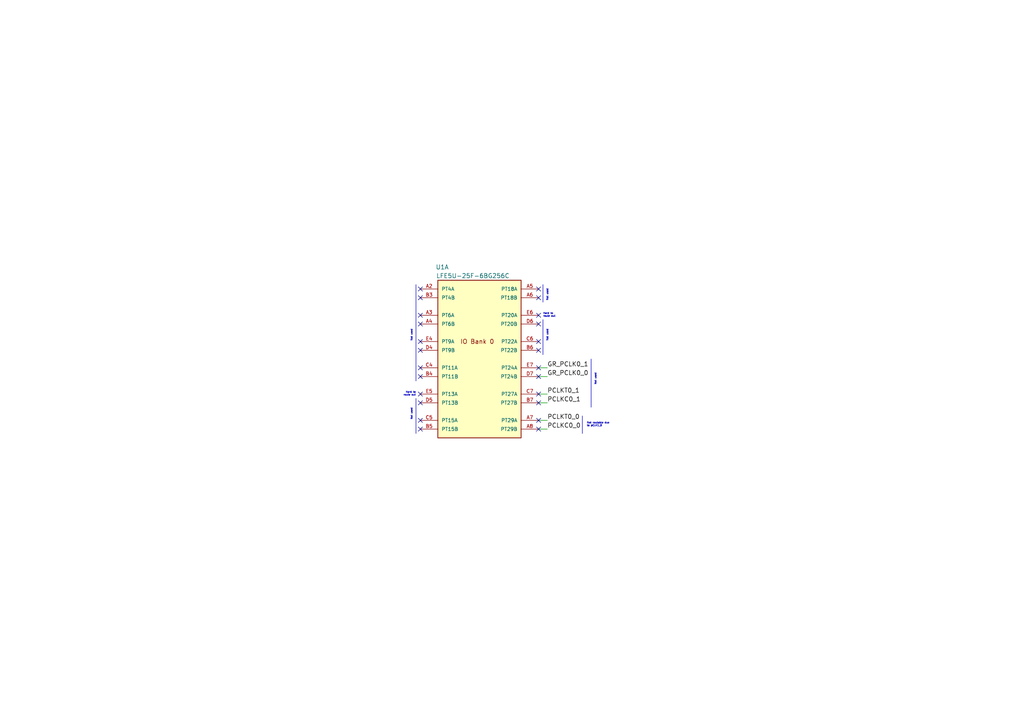
<source format=kicad_sch>
(kicad_sch (version 20250114) (generator "eeschema") (generator_version "9.0")
  (paper "A4")
  (lib_symbols
    (symbol "1_Symbol_Library:LFE5U-25F-6BG256C" (pin_names (offset 1.016))
      (property "Reference" "U" (at -0.762 -3.302 0))
      (property "Value" "LFE5U-25F-6BG256C" (at -40.132 47.498 0))
      (symbol "LFE5U-25F-6BG256C_1_0"
        (rectangle (start -11.43 20.32) (end 12.7 -25.4) (stroke (width 0.254)) (fill (type background)))
        (pin bidirectional line (at -16.51 17.78 0) (length 5.08) (name "PT4A") (number "A2"))
        (pin bidirectional line (at -16.51 15.24 0) (length 5.08) (name "PT4B") (number "B3"))
        (pin bidirectional line (at -16.51 10.16 0) (length 5.08) (name "PT6A") (number "A3"))
        (pin bidirectional line (at -16.51 7.62 0) (length 5.08) (name "PT6B") (number "A4"))
        (pin bidirectional line (at -16.51 2.54 0) (length 5.08) (name "PT9A") (number "E4"))
        (pin bidirectional line (at -16.51 0 0) (length 5.08) (name "PT9B") (number "D4"))
        (pin bidirectional line (at -16.51 -5.08 0) (length 5.08) (name "PT11A") (number "C4"))
        (pin bidirectional line (at -16.51 -7.62 0) (length 5.08) (name "PT11B") (number "B4"))
        (pin bidirectional line (at -16.51 -12.7 0) (length 5.08) (name "PT13A") (number "E5"))
        (pin bidirectional line (at -16.51 -15.24 0) (length 5.08) (name "PT13B") (number "D5"))
        (pin bidirectional line (at -16.51 -20.32 0) (length 5.08) (name "PT15A") (number "C5"))
        (pin bidirectional line (at -16.51 -22.86 0) (length 5.08) (name "PT15B") (number "B5"))
        (pin bidirectional line (at 17.78 17.78 180) (length 5.08) (name "PT18A") (number "A5"))
        (pin bidirectional line (at 17.78 15.24 180) (length 5.08) (name "PT18B") (number "A6"))
        (pin bidirectional line (at 17.78 10.16 180) (length 5.08) (name "PT20A") (number "E6"))
        (pin bidirectional line (at 17.78 7.62 180) (length 5.08) (name "PT20B") (number "D6"))
        (pin bidirectional line (at 17.78 2.54 180) (length 5.08) (name "PT22A") (number "C6"))
        (pin bidirectional line (at 17.78 0 180) (length 5.08) (name "PT22B") (number "B6"))
        (pin bidirectional line (at 17.78 -5.08 180) (length 5.08) (name "PT24A") (number "E7"))
        (pin bidirectional line (at 17.78 -7.62 180) (length 5.08) (name "PT24B") (number "D7"))
        (pin bidirectional line (at 17.78 -12.7 180) (length 5.08) (name "PT27A") (number "C7"))
        (pin bidirectional line (at 17.78 -15.24 180) (length 5.08) (name "PT27B") (number "B7"))
        (pin bidirectional line (at 17.78 -20.32 180) (length 5.08) (name "PT29A") (number "A7"))
        (pin bidirectional line (at 17.78 -22.86 180) (length 5.08) (name "PT29B") (number "A8"))
      )
      (symbol "LFE5U-25F-6BG256C_1_1"
        (text "IO Bank 0" (at 0 2.54 0) (effects (font (size 1.27 1.27))))
      )
      (symbol "LFE5U-25F-6BG256C_2_0"
        (rectangle (start -13.97 27.94) (end 13.97 -33.02) (stroke (width 0.254)) (fill (type background)))
        (pin bidirectional line (at -19.05 25.4 0) (length 5.08) (name "PT33A") (number "E8"))
        (pin bidirectional line (at -19.05 22.86 0) (length 5.08) (name "PT33B") (number "D8"))
        (pin bidirectional line (at -19.05 17.78 0) (length 5.08) (name "PT35A") (number "C8"))
        (pin bidirectional line (at -19.05 15.24 0) (length 5.08) (name "PT35B") (number "B8"))
        (pin bidirectional line (at -19.05 10.16 0) (length 5.08) (name "PT38A") (number "B9"))
        (pin bidirectional line (at -19.05 7.62 0) (length 5.08) (name "PT38B") (number "C9"))
        (pin bidirectional line (at -19.05 2.54 0) (length 5.08) (name "PT40A") (number "D9"))
        (pin bidirectional line (at -19.05 0 0) (length 5.08) (name "PT40B") (number "E9"))
        (pin bidirectional line (at -19.05 -5.08 0) (length 5.08) (name "PT42A") (number "A9"))
        (pin bidirectional line (at -19.05 -7.62 0) (length 5.08) (name "PT42B") (number "A10"))
        (pin bidirectional line (at -19.05 -12.7 0) (length 5.08) (name "PT44A") (number "B10"))
        (pin bidirectional line (at -19.05 -15.24 0) (length 5.08) (name "PT44B") (number "C10"))
        (pin bidirectional line (at -19.05 -20.32 0) (length 5.08) (name "PT47A") (number "D10"))
        (pin bidirectional line (at -19.05 -22.86 0) (length 5.08) (name "PT47B") (number "E10"))
        (pin bidirectional line (at -19.05 -27.94 0) (length 5.08) (name "PT49A") (number "B11"))
        (pin bidirectional line (at -19.05 -30.48 0) (length 5.08) (name "PT49B") (number "C11"))
        (pin bidirectional line (at 19.05 25.4 180) (length 5.08) (name "PT51A") (number "D11"))
        (pin bidirectional line (at 19.05 22.86 180) (length 5.08) (name "PT51B") (number "E11"))
        (pin bidirectional line (at 19.05 17.78 180) (length 5.08) (name "PT53A") (number "A11"))
        (pin bidirectional line (at 19.05 15.24 180) (length 5.08) (name "PT53B") (number "A12"))
        (pin bidirectional line (at 19.05 10.16 180) (length 5.08) (name "PT56A") (number "B12"))
        (pin bidirectional line (at 19.05 7.62 180) (length 5.08) (name "PT56B") (number "C12"))
        (pin bidirectional line (at 19.05 2.54 180) (length 5.08) (name "PT58A") (number "D12"))
        (pin bidirectional line (at 19.05 0 180) (length 5.08) (name "PT58B") (number "E12"))
        (pin bidirectional line (at 19.05 -5.08 180) (length 5.08) (name "PT60A") (number "B13"))
        (pin bidirectional line (at 19.05 -7.62 180) (length 5.08) (name "PT60B") (number "C13"))
        (pin bidirectional line (at 19.05 -12.7 180) (length 5.08) (name "PT62A") (number "D13"))
        (pin bidirectional line (at 19.05 -15.24 180) (length 5.08) (name "PT62B") (number "E13"))
        (pin bidirectional line (at 19.05 -20.32 180) (length 5.08) (name "PT65A") (number "A13"))
        (pin bidirectional line (at 19.05 -22.86 180) (length 5.08) (name "PT65B") (number "A14"))
        (pin bidirectional line (at 19.05 -27.94 180) (length 5.08) (name "PT67A") (number "B14"))
        (pin bidirectional line (at 19.05 -30.48 180) (length 5.08) (name "PT67B") (number "A15"))
      )
      (symbol "LFE5U-25F-6BG256C_2_1"
        (text "IO Bank 1" (at 0 2.54 0) (effects (font (size 1.27 1.27))))
        (text "Differential IO" (at 0 -2.032 0) (effects (font (size 1.27 1.27))))
      )
      (symbol "LFE5U-25F-6BG256C_3_0"
        (rectangle (start -13.97 22.86) (end 13.97 -27.94) (stroke (width 0.254)) (fill (type background)))
        (pin bidirectional line (at -19.05 20.32 0) (length 5.08) (name "PR2A") (number "B16"))
        (pin bidirectional line (at -19.05 17.78 0) (length 5.08) (name "PR2B") (number "B15"))
        (pin bidirectional line (at -19.05 15.24 0) (length 5.08) (name "PR2C") (number "C14"))
        (pin bidirectional line (at -19.05 12.7 0) (length 5.08) (name "PR2D") (number "D14"))
        (pin bidirectional line (at -19.05 7.62 0) (length 5.08) (name "PR5A") (number "C16"))
        (pin bidirectional line (at -19.05 5.08 0) (length 5.08) (name "PR5B") (number "C15"))
        (pin bidirectional line (at -19.05 2.54 0) (length 5.08) (name "PR5C") (number "E14"))
        (pin bidirectional line (at -19.05 0 0) (length 5.08) (name "PR5D") (number "F14"))
        (pin bidirectional line (at -19.05 -5.08 0) (length 5.08) (name "PR8A") (number "D16"))
        (pin bidirectional line (at -19.05 -7.62 0) (length 5.08) (name "PR8B") (number "E15"))
        (pin bidirectional line (at -19.05 -10.16 0) (length 5.08) (name "PR8C") (number "F13"))
        (pin bidirectional line (at -19.05 -12.7 0) (length 5.08) (name "PR8D") (number "F12"))
        (pin bidirectional line (at -19.05 -17.78 0) (length 5.08) (name "PR11A") (number "G12"))
        (pin bidirectional line (at -19.05 -20.32 0) (length 5.08) (name "PR11B") (number "G13"))
        (pin bidirectional line (at -19.05 -22.86 0) (length 5.08) (name "PR11C") (number "F15"))
        (pin bidirectional line (at -19.05 -25.4 0) (length 5.08) (name "PR11D") (number "E16"))
        (pin bidirectional line (at 19.05 20.32 180) (length 5.08) (name "PR14A") (number "F16"))
        (pin bidirectional line (at 19.05 17.78 180) (length 5.08) (name "PR14B") (number "G15"))
        (pin bidirectional line (at 19.05 15.24 180) (length 5.08) (name "PR14C") (number "G14"))
        (pin bidirectional line (at 19.05 12.7 180) (length 5.08) (name "PR14D") (number "H14"))
        (pin bidirectional line (at 19.05 7.62 180) (length 5.08) (name "PR17A") (number "H12"))
        (pin bidirectional line (at 19.05 5.08 180) (length 5.08) (name "PR17B") (number "H13"))
        (pin bidirectional line (at 19.05 2.54 180) (length 5.08) (name "PR17C") (number "J13"))
        (pin bidirectional line (at 19.05 0 180) (length 5.08) (name "PR17D") (number "J12"))
        (pin bidirectional line (at 19.05 -5.08 180) (length 5.08) (name "PR20A") (number "G16"))
        (pin bidirectional line (at 19.05 -7.62 180) (length 5.08) (name "PR20B") (number "H15"))
        (pin bidirectional line (at 19.05 -10.16 180) (length 5.08) (name "PR20C") (number "J14"))
        (pin bidirectional line (at 19.05 -12.7 180) (length 5.08) (name "PR20D") (number "K14"))
        (pin bidirectional line (at 19.05 -17.78 180) (length 5.08) (name "PR23A") (number "J16"))
        (pin bidirectional line (at 19.05 -20.32 180) (length 5.08) (name "PR23B") (number "J15"))
        (pin bidirectional line (at 19.05 -22.86 180) (length 5.08) (name "PR23C") (number "K16"))
        (pin bidirectional line (at 19.05 -25.4 180) (length 5.08) (name "PR23D") (number "K15"))
      )
      (symbol "LFE5U-25F-6BG256C_3_1"
        (text "IO Bank 2" (at 0 2.54 0) (effects (font (size 1.27 1.27))))
        (text "Differential IO" (at 0 -2.286 0) (effects (font (size 1.27 1.27))))
      )
      (symbol "LFE5U-25F-6BG256C_4_0"
        (rectangle (start -12.7 22.86) (end 12.7 -27.94) (stroke (width 0.254)) (fill (type background)))
        (pin bidirectional line (at -17.78 20.32 0) (length 5.08) (name "PR26A") (number "L16"))
        (pin bidirectional line (at -17.78 17.78 0) (length 5.08) (name "PR26B") (number "L15"))
        (pin bidirectional line (at -17.78 15.24 0) (length 5.08) (name "PR26C") (number "M16"))
        (pin bidirectional line (at -17.78 12.7 0) (length 5.08) (name "PR26D") (number "M15"))
        (pin bidirectional line (at -17.78 7.62 0) (length 5.08) (name "PR29A") (number "K13"))
        (pin bidirectional line (at -17.78 5.08 0) (length 5.08) (name "PR29B") (number "K12"))
        (pin bidirectional line (at -17.78 2.54 0) (length 5.08) (name "PR29C") (number "L13"))
        (pin bidirectional line (at -17.78 0 0) (length 5.08) (name "PR29D") (number "L12"))
        (pin bidirectional line (at -17.78 -5.08 0) (length 5.08) (name "PR32A") (number "N16"))
        (pin bidirectional line (at -17.78 -7.62 0) (length 5.08) (name "PR32B") (number "P15"))
        (pin bidirectional line (at -17.78 -10.16 0) (length 5.08) (name "PR32C") (number "L14"))
        (pin bidirectional line (at -17.78 -12.7 0) (length 5.08) (name "PR32D") (number "M14"))
        (pin bidirectional line (at -17.78 -17.78 0) (length 5.08) (name "PR35A") (number "P16"))
        (pin bidirectional line (at -17.78 -20.32 0) (length 5.08) (name "PR35B") (number "R16"))
        (pin bidirectional line (at -17.78 -22.86 0) (length 5.08) (name "PR35C") (number "M13"))
        (pin bidirectional line (at -17.78 -25.4 0) (length 5.08) (name "PR35D") (number "N14"))
        (pin bidirectional line (at 17.78 20.32 180) (length 5.08) (name "PR38A") (number "N13"))
        (pin bidirectional line (at 17.78 17.78 180) (length 5.08) (name "PR38B") (number "P14"))
        (pin bidirectional line (at 17.78 15.24 180) (length 5.08) (name "PR38C") (number "R15"))
        (pin bidirectional line (at 17.78 12.7 180) (length 5.08) (name "PR38D") (number "T15"))
        (pin bidirectional line (at 17.78 7.62 180) (length 5.08) (name "PR41A") (number "P13"))
        (pin bidirectional line (at 17.78 5.08 180) (length 5.08) (name "PR41B") (number "R14"))
        (pin bidirectional line (at 17.78 2.54 180) (length 5.08) (name "PR41C") (number "R13"))
        (pin bidirectional line (at 17.78 0 180) (length 5.08) (name "PR41D") (number "T14"))
        (pin bidirectional line (at 17.78 -5.08 180) (length 5.08) (name "PR44A") (number "R12"))
        (pin bidirectional line (at 17.78 -7.62 180) (length 5.08) (name "PR44B") (number "T13"))
        (pin bidirectional line (at 17.78 -10.16 180) (length 5.08) (name "PR44C") (number "M12"))
        (pin bidirectional line (at 17.78 -12.7 180) (length 5.08) (name "PR44D") (number "N12"))
        (pin bidirectional line (at 17.78 -17.78 180) (length 5.08) (name "PR47A") (number "M11"))
        (pin bidirectional line (at 17.78 -20.32 180) (length 5.08) (name "PR47B") (number "N11"))
        (pin bidirectional line (at 17.78 -22.86 180) (length 5.08) (name "PR47C") (number "P11"))
        (pin bidirectional line (at 17.78 -25.4 180) (length 5.08) (name "PR47D") (number "P12"))
      )
      (symbol "LFE5U-25F-6BG256C_4_1"
        (text "IO Bank 3" (at 0 2.54 0) (effects (font (size 1.27 1.27))))
      )
      (symbol "LFE5U-25F-6BG256C_5_0"
        (rectangle (start -13.97 22.86) (end 13.97 -27.94) (stroke (width 0.254)) (fill (type background)))
        (pin bidirectional line (at -19.05 20.32 0) (length 5.08) (name "PL26A") (number "L1"))
        (pin bidirectional line (at -19.05 17.78 0) (length 5.08) (name "PL26B") (number "L2"))
        (pin bidirectional line (at -19.05 15.24 0) (length 5.08) (name "PL26C") (number "M1"))
        (pin bidirectional line (at -19.05 12.7 0) (length 5.08) (name "PL26D") (number "M2"))
        (pin bidirectional line (at -19.05 7.62 0) (length 5.08) (name "PL29A") (number "K4"))
        (pin bidirectional line (at -19.05 5.08 0) (length 5.08) (name "PL29B") (number "K5"))
        (pin bidirectional line (at -19.05 2.54 0) (length 5.08) (name "PL29C") (number "L4"))
        (pin bidirectional line (at -19.05 0 0) (length 5.08) (name "PL29D") (number "L5"))
        (pin bidirectional line (at -19.05 -5.08 0) (length 5.08) (name "PL32A") (number "N1"))
        (pin bidirectional line (at -19.05 -7.62 0) (length 5.08) (name "PL32B") (number "P2"))
        (pin bidirectional line (at -19.05 -10.16 0) (length 5.08) (name "PL32C") (number "L3"))
        (pin bidirectional line (at -19.05 -12.7 0) (length 5.08) (name "PL32D") (number "M3"))
        (pin bidirectional line (at -19.05 -17.78 0) (length 5.08) (name "PL35A") (number "P1"))
        (pin bidirectional line (at -19.05 -20.32 0) (length 5.08) (name "PL35B") (number "R1"))
        (pin bidirectional line (at -19.05 -22.86 0) (length 5.08) (name "PL35C") (number "M4"))
        (pin bidirectional line (at -19.05 -25.4 0) (length 5.08) (name "PL35D") (number "N3"))
        (pin bidirectional line (at 19.05 20.32 180) (length 5.08) (name "PL38A") (number "N4"))
        (pin bidirectional line (at 19.05 17.78 180) (length 5.08) (name "PL38B") (number "P3"))
        (pin bidirectional line (at 19.05 15.24 180) (length 5.08) (name "PL38C") (number "R2"))
        (pin bidirectional line (at 19.05 12.7 180) (length 5.08) (name "PL38D") (number "T2"))
        (pin bidirectional line (at 19.05 7.62 180) (length 5.08) (name "PL41A") (number "P4"))
        (pin bidirectional line (at 19.05 5.08 180) (length 5.08) (name "PL41B") (number "R3"))
        (pin bidirectional line (at 19.05 2.54 180) (length 5.08) (name "PL41C") (number "R4"))
        (pin bidirectional line (at 19.05 0 180) (length 5.08) (name "PL41D") (number "T3"))
        (pin bidirectional line (at 19.05 -5.08 180) (length 5.08) (name "PL44A") (number "R5"))
        (pin bidirectional line (at 19.05 -7.62 180) (length 5.08) (name "PL44B") (number "T4"))
        (pin bidirectional line (at 19.05 -10.16 180) (length 5.08) (name "PL44C") (number "M5"))
        (pin bidirectional line (at 19.05 -12.7 180) (length 5.08) (name "PL44D") (number "N5"))
        (pin bidirectional line (at 19.05 -17.78 180) (length 5.08) (name "PL47A") (number "M6"))
        (pin bidirectional line (at 19.05 -20.32 180) (length 5.08) (name "PL47B") (number "N6"))
        (pin bidirectional line (at 19.05 -22.86 180) (length 5.08) (name "PL47C") (number "P6"))
        (pin bidirectional line (at 19.05 -25.4 180) (length 5.08) (name "PL47D") (number "P5"))
      )
      (symbol "LFE5U-25F-6BG256C_5_1"
        (text "IO Bank 6" (at 0 2.54 0) (effects (font (size 1.27 1.27))))
        (text "Differential IO" (at 0 -2.286 0) (effects (font (size 1.27 1.27))))
      )
      (symbol "LFE5U-25F-6BG256C_6_0"
        (rectangle (start -13.97 22.86) (end 13.97 -27.94) (stroke (width 0.254)) (fill (type background)))
        (pin bidirectional line (at -19.05 20.32 0) (length 5.08) (name "PL2A") (number "B1"))
        (pin bidirectional line (at -19.05 17.78 0) (length 5.08) (name "PL2B") (number "B2"))
        (pin bidirectional line (at -19.05 15.24 0) (length 5.08) (name "PL2C") (number "C3"))
        (pin bidirectional line (at -19.05 12.7 0) (length 5.08) (name "PL2D") (number "D3"))
        (pin bidirectional line (at -19.05 7.62 0) (length 5.08) (name "PL5A") (number "C1"))
        (pin bidirectional line (at -19.05 5.08 0) (length 5.08) (name "PL5B") (number "C2"))
        (pin bidirectional line (at -19.05 2.54 0) (length 5.08) (name "PL5C") (number "E3"))
        (pin bidirectional line (at -19.05 0 0) (length 5.08) (name "PL5D") (number "F3"))
        (pin bidirectional line (at -19.05 -5.08 0) (length 5.08) (name "PL8A") (number "D1"))
        (pin bidirectional line (at -19.05 -7.62 0) (length 5.08) (name "PL8B") (number "E2"))
        (pin bidirectional line (at -19.05 -10.16 0) (length 5.08) (name "PL8C") (number "F4"))
        (pin bidirectional line (at -19.05 -12.7 0) (length 5.08) (name "PL8D") (number "F5"))
        (pin bidirectional line (at -19.05 -17.78 0) (length 5.08) (name "PL11A") (number "G5"))
        (pin bidirectional line (at -19.05 -20.32 0) (length 5.08) (name "PL11B") (number "G4"))
        (pin bidirectional line (at -19.05 -22.86 0) (length 5.08) (name "PL11C") (number "F2"))
        (pin bidirectional line (at -19.05 -25.4 0) (length 5.08) (name "PL11D") (number "E1"))
        (pin bidirectional line (at 19.05 20.32 180) (length 5.08) (name "PL14A") (number "F1"))
        (pin bidirectional line (at 19.05 17.78 180) (length 5.08) (name "PL14B") (number "G2"))
        (pin bidirectional line (at 19.05 15.24 180) (length 5.08) (name "PL14C") (number "G3"))
        (pin bidirectional line (at 19.05 12.7 180) (length 5.08) (name "PL14D") (number "H3"))
        (pin bidirectional line (at 19.05 7.62 180) (length 5.08) (name "PL17A") (number "H5"))
        (pin bidirectional line (at 19.05 5.08 180) (length 5.08) (name "PL17B") (number "H4"))
        (pin bidirectional line (at 19.05 2.54 180) (length 5.08) (name "PL17C") (number "J4"))
        (pin bidirectional line (at 19.05 0 180) (length 5.08) (name "PL17D") (number "J5"))
        (pin bidirectional line (at 19.05 -5.08 180) (length 5.08) (name "PL20A") (number "G1"))
        (pin bidirectional line (at 19.05 -7.62 180) (length 5.08) (name "PL20B") (number "H2"))
        (pin bidirectional line (at 19.05 -10.16 180) (length 5.08) (name "PL20C") (number "J3"))
        (pin bidirectional line (at 19.05 -12.7 180) (length 5.08) (name "PL20D") (number "K3"))
        (pin bidirectional line (at 19.05 -17.78 180) (length 5.08) (name "PL23A") (number "J1"))
        (pin bidirectional line (at 19.05 -20.32 180) (length 5.08) (name "PL23B") (number "J2"))
        (pin bidirectional line (at 19.05 -22.86 180) (length 5.08) (name "PL23C") (number "K1"))
        (pin bidirectional line (at 19.05 -25.4 180) (length 5.08) (name "PL23D") (number "K2"))
      )
      (symbol "LFE5U-25F-6BG256C_6_1"
        (text "IO Bank 7" (at 0 2.54 0) (effects (font (size 1.27 1.27))))
        (text "Differential IO" (at 0 -2.286 0) (effects (font (size 1.27 1.27))))
      )
      (symbol "LFE5U-25F-6BG256C_7_0"
        (rectangle (start -15.24 27.94) (end 15.24 -22.86) (stroke (width 0.254)) (fill (type background)))
        (pin input line (at -20.32 25.4 0) (length 5.08) (name "~{PROGRAM}") (number "R9"))
        (pin input clock (at -20.32 22.86 0) (length 5.08) (name "CCLK") (number "N9"))
        (pin input line (at -20.32 10.16 0) (length 5.08) (name "CFG_0") (number "N10"))
        (pin input line (at -20.32 7.62 0) (length 5.08) (name "CFG_1") (number "P10"))
        (pin input line (at -20.32 5.08 0) (length 5.08) (name "CFG_2") (number "R10"))
        (pin bidirectional line (at -20.32 -5.08 0) (length 5.08) (name "DONE") (number "P9"))
        (pin bidirectional line (at -20.32 -7.62 0) (length 5.08) (name "~{INIT}") (number "T9"))
        (pin bidirectional line (at 20.32 25.4 180) (length 5.08) (name "PB4B/D6/IO6") (number "R6"))
        (pin bidirectional line (at 20.32 22.86 180) (length 5.08) (name "PB4A/D7/IO7") (number "T6"))
        (pin bidirectional line (at 20.32 17.78 180) (length 5.08) (name "PB6B/D4/IO4/MOSI2") (number "P7"))
        (pin bidirectional line (at 20.32 15.24 180) (length 5.08) (name "PB6A/D5/IO5/MISO2") (number "R7"))
        (pin bidirectional line (at 20.32 10.16 180) (length 5.08) (name "PB9A/D3/IO3") (number "N7"))
        (pin bidirectional line (at 20.32 7.62 180) (length 5.08) (name "PB9B/D2/IO2") (number "M7"))
        (pin bidirectional line (at 20.32 2.54 180) (length 5.08) (name "PB11A/D1/IO1/MISO") (number "T7"))
        (pin bidirectional line (at 20.32 0 180) (length 5.08) (name "PB11B/D0/IO0/MOSI") (number "T8"))
        (pin bidirectional line (at 20.32 -5.08 180) (length 5.08) (name "PB13A/~{S}/~{CS}") (number "R8"))
        (pin bidirectional line (at 20.32 -7.62 180) (length 5.08) (name "PB13B/~{CS1}") (number "P8"))
        (pin bidirectional line (at 20.32 -12.7 180) (length 5.08) (name "PB15A/~{HOLD}/DI/BUSY/~{CSSPI}/~{CE}") (number "N8"))
        (pin bidirectional line (at 20.32 -15.24 180) (length 5.08) (name "PB15B/DOUT/~{CSO}") (number "M8"))
        (pin bidirectional line (at 20.32 -20.32 180) (length 5.08) (name "PB18A/~{WRITE}") (number "M9"))
      )
      (symbol "LFE5U-25F-6BG256C_7_1"
        (text "IO Bank 8" (at 0 5.08 0) (effects (font (size 1.27 1.27))))
      )
      (symbol "LFE5U-25F-6BG256C_8_0"
        (rectangle (start -7.62 6.35) (end 2.54 -6.35) (stroke (width 0.254)) (fill (type background)))
        (pin input line (at -12.7 3.81 0) (length 5.08) (name "TMS") (number "T11"))
        (pin input line (at -12.7 1.27 0) (length 5.08) (name "TDI") (number "R11"))
        (pin output line (at -12.7 -1.27 0) (length 5.08) (name "TDO") (number "M10"))
        (pin bidirectional clock (at -12.7 -3.81 0) (length 5.08) (name "TCK") (number "T10"))
      )
      (symbol "LFE5U-25F-6BG256C_8_1"
        (text "JTAG" (at 0 0 0) (effects (font (size 1.27 1.27))))
      )
      (symbol "LFE5U-25F-6BG256C_9_0"
        (rectangle (start -12.7 7.62) (end 59.69 -7.62) (stroke (width 0.254)) (fill (type background)))
        (pin power_in line (at -10.16 12.7 270) (length 5.08) (name "VCC") (number "G6"))
        (pin power_in line (at -10.16 -12.7 90) (length 5.08) (name "GND1") (number "A1"))
        (pin power_in line (at -7.62 -12.7 90) (length 5.08) (name "GND1") (number "A16"))
        (pin power_in line (at -5.08 -12.7 90) (length 5.08) (name "GND1") (number "D2"))
        (pin power_in line (at -2.54 12.7 270) (length 5.08) (name "VCC") (number "G7"))
        (pin power_in line (at -2.54 -12.7 90) (length 5.08) (name "GND1") (number "D15"))
        (pin power_in line (at 0 -12.7 90) (length 5.08) (name "GND1") (number "F8"))
        (pin power_in line (at 2.54 -12.7 90) (length 5.08) (name "GND1") (number "F9"))
        (pin power_in line (at 5.08 12.7 270) (length 5.08) (name "VCC") (number "G9"))
        (pin power_in line (at 5.08 -12.7 90) (length 5.08) (name "GND1") (number "G8"))
        (pin power_in line (at 7.62 -12.7 90) (length 5.08) (name "GND1") (number "G10"))
        (pin power_in line (at 10.16 -12.7 90) (length 5.08) (name "GND1") (number "H1"))
        (pin power_in line (at 12.7 12.7 270) (length 5.08) (name "VCC") (number "L8"))
        (pin power_in line (at 12.7 -12.7 90) (length 5.08) (name "GND1") (number "H8"))
        (pin power_in line (at 15.24 -12.7 90) (length 5.08) (name "GND1") (number "H9"))
        (pin power_in line (at 17.78 -12.7 90) (length 5.08) (name "GND1") (number "H10"))
        (pin power_in line (at 20.32 12.7 270) (length 5.08) (name "VCC") (number "L9"))
        (pin power_in line (at 20.32 -12.7 90) (length 5.08) (name "GND1") (number "H16"))
        (pin power_in line (at 25.4 -12.7 90) (length 5.08) (name "GND2") (number "J8"))
        (pin power_in line (at 27.94 12.7 270) (length 5.08) (name "VCC") (number "L10"))
        (pin power_in line (at 27.94 -12.7 90) (length 5.08) (name "GND2") (number "J9"))
        (pin power_in line (at 30.48 -12.7 90) (length 5.08) (name "GND2") (number "J10"))
        (pin power_in line (at 33.02 -12.7 90) (length 5.08) (name "GND2") (number "K6"))
        (pin power_in line (at 35.56 -12.7 90) (length 5.08) (name "GND2") (number "K7"))
        (pin power_in line (at 38.1 -12.7 90) (length 5.08) (name "GND2") (number "K8"))
        (pin power_in line (at 40.64 -12.7 90) (length 5.08) (name "GND2") (number "K9"))
        (pin power_in line (at 43.18 -12.7 90) (length 5.08) (name "GND2") (number "K10"))
        (pin power_in line (at 45.72 -12.7 90) (length 5.08) (name "GND2") (number "N2"))
        (pin power_in line (at 48.26 -12.7 90) (length 5.08) (name "GND2") (number "N15"))
        (pin power_in line (at 49.53 12.7 270) (length 5.08) (name "VCCAUX") (number "G11"))
        (pin power_in line (at 50.8 -12.7 90) (length 5.08) (name "GND2") (number "T1"))
        (pin power_in line (at 53.34 -12.7 90) (length 5.08) (name "GND2") (number "T5"))
        (pin power_in line (at 55.88 -12.7 90) (length 5.08) (name "GND2") (number "T12"))
        (pin power_in line (at 57.15 12.7 270) (length 5.08) (name "VCCAUX") (number "L7"))
        (pin power_in line (at 58.42 -12.7 90) (length 5.08) (name "GND2") (number "T16"))
      )
      (symbol "LFE5U-25F-6BG256C_10_0"
        (rectangle (start -8.89 25.4) (end 8.89 -35.56) (stroke (width 0.254)) (fill (type background)))
        (pin power_in line (at -13.97 22.86 0) (length 5.08) (name "VCCIO1") (number "F10"))
        (pin power_in line (at -13.97 20.32 0) (length 5.08) (name "VCCIO1") (number "F11"))
        (pin power_in line (at -13.97 5.08 0) (length 5.08) (name "VCCIO3") (number "K11"))
        (pin power_in line (at -13.97 2.54 0) (length 5.08) (name "VCCIO3") (number "L11"))
        (pin power_in line (at -13.97 -12.7 0) (length 5.08) (name "VCCIO7") (number "H6"))
        (pin power_in line (at -13.97 -15.24 0) (length 5.08) (name "VCCIO7") (number "H7"))
        (pin power_in line (at 13.97 22.86 180) (length 5.08) (name "VCCIO0") (number "F6"))
        (pin power_in line (at 13.97 20.32 180) (length 5.08) (name "VCCIO0") (number "F7"))
        (pin power_in line (at 13.97 5.08 180) (length 5.08) (name "VCCIO2") (number "H11"))
        (pin power_in line (at 13.97 2.54 180) (length 5.08) (name "VCCIO2") (number "J11"))
        (pin power_in line (at 13.97 -12.7 180) (length 5.08) (name "VCCIO6") (number "J6"))
        (pin power_in line (at 13.97 -15.24 180) (length 5.08) (name "VCCIO6") (number "J7"))
        (pin power_in line (at 13.97 -33.02 180) (length 5.08) (name "VCCIO8") (number "L6"))
      )
    )
  )
  (text "Not used" (at 119.38 99.06 90) (effects (font (size 0.5 0.5)) (justify left)))
  (text "Not routable due\nto pCLK1_0" (at 170.18 123.19 0) (effects (font (size 0.5 0.5)) (justify left)))
  (text "Hard to\nroute out" (at 157.48 91.44 0) (effects (font (size 0.5 0.5)) (justify left)))
  (text "Not used" (at 158.75 83.82 90) (effects (font (size 0.5 0.5)) (justify right)))
  (text "Not used" (at 119.38 121.92 90) (effects (font (size 0.5 0.5)) (justify left)))
  (text "Not used" (at 158.75 99.06 90) (effects (font (size 0.5 0.5)) (justify left)))
  (text "Hard to\nroute out" (at 120.65 114.3 0) (effects (font (size 0.5 0.5)) (justify right)))
  (text "Not used" (at 172.72 111.76 90) (effects (font (size 0.5 0.5)) (justify left)))
  (no_connect (at 121.92 91.44))
  (no_connect (at 156.21 121.92))
  (no_connect (at 156.21 109.22))
  (no_connect (at 156.21 101.6))
  (no_connect (at 156.21 106.68))
  (no_connect (at 121.92 93.98))
  (no_connect (at 156.21 116.84))
  (no_connect (at 121.92 86.36))
  (no_connect (at 156.21 91.44))
  (no_connect (at 121.92 101.6))
  (no_connect (at 121.92 99.06))
  (no_connect (at 121.92 106.68))
  (no_connect (at 156.21 124.46))
  (no_connect (at 156.21 93.98))
  (no_connect (at 121.92 124.46))
  (no_connect (at 121.92 109.22))
  (no_connect (at 121.92 114.3))
  (no_connect (at 156.21 86.36))
  (no_connect (at 121.92 121.92))
  (no_connect (at 121.92 83.82))
  (no_connect (at 156.21 99.06))
  (no_connect (at 121.92 116.84))
  (no_connect (at 156.21 83.82))
  (no_connect (at 156.21 114.3))
  (wire (pts (xy 156.21 121.92) (xy 158.75 121.92)))
  (polyline (pts (xy 120.65 115.57) (xy 120.65 125.73)))
  (polyline (pts (xy 168.91 120.65) (xy 168.91 125.73)))
  (polyline (pts (xy 171.45 104.14) (xy 171.45 118.11)))
  (wire (pts (xy 156.21 124.46) (xy 158.75 124.46)))
  (polyline (pts (xy 120.65 82.55) (xy 120.65 110.49)))
  (polyline (pts (xy 157.48 92.71) (xy 157.48 102.87)))
  (wire (pts (xy 156.21 116.84) (xy 158.75 116.84)))
  (wire (pts (xy 156.21 114.3) (xy 158.75 114.3)))
  (wire (pts (xy 156.21 106.68) (xy 158.75 106.68)))
  (wire (pts (xy 156.21 109.22) (xy 158.75 109.22)))
  (polyline (pts (xy 157.48 82.55) (xy 157.48 87.63)))
  (label "PCLKC0_0" (at 158.75 124.46 0))
  (label "PCLKT0_0" (at 158.75 121.92 0))
  (label "GR_PCLK0_1" (at 158.75 106.68 0))
  (label "PCLKT0_1" (at 158.75 114.3 0))
  (label "PCLKC0_1" (at 158.75 116.84 0))
  (label "GR_PCLK0_0" (at 158.75 109.22 0))
  (symbol (lib_id "1_Symbol_Library:LFE5U-25F-6BG256C") (at 138.43 101.6 0) (unit 1)
    (property "Reference" "U1" (at 128.27 77.47 0))
    (property "Value" "LFE5U-25F-6BG256C" (at 137.16 80.01 0))
    (property "Footprint" "1_Footprint_Library:BGA256C80P16X16_1400X1400X170_Masked" (effects (hide yes)))
    (property "Package" "CABGA-256 Lattice Semiconductor" (effects (hide yes)))
    (property "MP" "LFE5U-25F-6BG256C" (effects (hide yes)))
    (property "Description_1" "series Field Programmable Gate Array (FPGA) IC 197 1032192 24000 256-LFBGA" (effects (hide yes)))
  )
)
</source>
